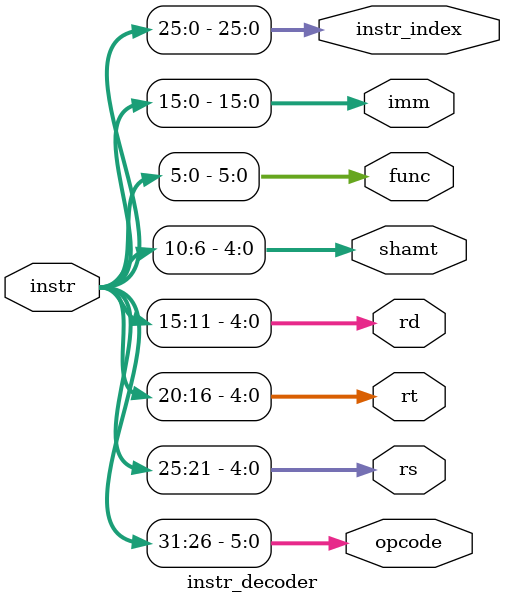
<source format=v>
`timescale 1ns / 1ns
module instr_decoder(
    input [31:0] instr,
    output [5:0] opcode,
    output [4:0] rs,
    output [4:0] rt,
    output [4:0] rd,
    output [4:0] shamt,
    output [5:0] func,
    output [15:0] imm,
	 output [25:0] instr_index
    );
	 
	 assign opcode = instr[31:26];
	 assign rs = instr[25:21];
	 assign rt = instr[20:16];
	 assign rd = instr[15:11];
	 assign shamt = instr[10:6];
	 assign func = instr[5:0];
	 assign imm = instr[15:0];
	 assign instr_index = instr[25:0];

endmodule
</source>
